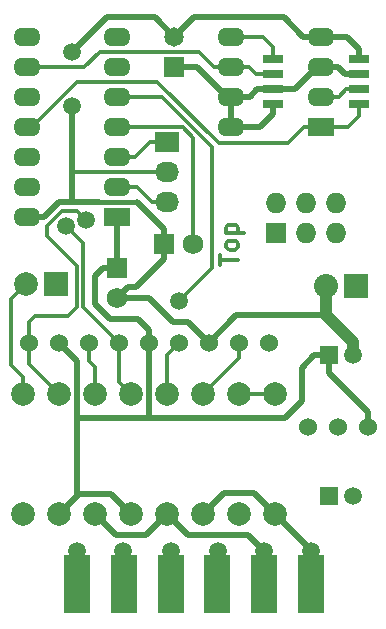
<source format=gbr>
G04 #@! TF.FileFunction,Copper,L1,Top,Signal*
%FSLAX46Y46*%
G04 Gerber Fmt 4.6, Leading zero omitted, Abs format (unit mm)*
G04 Created by KiCad (PCBNEW 4.0.5) date 11/08/17 14:47:14*
%MOMM*%
%LPD*%
G01*
G04 APERTURE LIST*
%ADD10C,0.100000*%
%ADD11C,0.300000*%
%ADD12C,1.998980*%
%ADD13C,1.524000*%
%ADD14R,1.500000X1.500000*%
%ADD15C,1.500000*%
%ADD16R,2.300000X1.600000*%
%ADD17O,2.300000X1.600000*%
%ADD18R,1.700000X1.700000*%
%ADD19C,1.650000*%
%ADD20R,1.727200X1.727200*%
%ADD21C,1.727200*%
%ADD22R,2.250000X5.000000*%
%ADD23R,2.000000X2.000000*%
%ADD24C,2.000000*%
%ADD25O,1.727200X1.727200*%
%ADD26R,2.032000X1.727200*%
%ADD27O,2.032000X1.727200*%
%ADD28R,1.700000X0.650000*%
%ADD29R,2.032000X2.032000*%
%ADD30O,2.032000X2.032000*%
%ADD31C,0.500000*%
%ADD32C,1.000000*%
%ADD33C,0.400000*%
G04 APERTURE END LIST*
D10*
D11*
X150689571Y-66555714D02*
X150689571Y-65698571D01*
X152189571Y-66127142D02*
X150689571Y-66127142D01*
X152189571Y-64984285D02*
X152118143Y-65127143D01*
X152046714Y-65198571D01*
X151903857Y-65270000D01*
X151475286Y-65270000D01*
X151332429Y-65198571D01*
X151261000Y-65127143D01*
X151189571Y-64984285D01*
X151189571Y-64770000D01*
X151261000Y-64627143D01*
X151332429Y-64555714D01*
X151475286Y-64484285D01*
X151903857Y-64484285D01*
X152046714Y-64555714D01*
X152118143Y-64627143D01*
X152189571Y-64770000D01*
X152189571Y-64984285D01*
X151189571Y-63841428D02*
X152689571Y-63841428D01*
X151261000Y-63841428D02*
X151189571Y-63698571D01*
X151189571Y-63412857D01*
X151261000Y-63270000D01*
X151332429Y-63198571D01*
X151475286Y-63127142D01*
X151903857Y-63127142D01*
X152046714Y-63198571D01*
X152118143Y-63270000D01*
X152189571Y-63412857D01*
X152189571Y-63698571D01*
X152118143Y-63841428D01*
D12*
X152273000Y-87630000D03*
X152273000Y-77470000D03*
X155321000Y-77470000D03*
X155321000Y-87630000D03*
X133985000Y-87630000D03*
X133985000Y-77470000D03*
X146177000Y-87630000D03*
X146177000Y-77470000D03*
X149225000Y-77470000D03*
X149225000Y-87630000D03*
X140081000Y-87630000D03*
X140081000Y-77470000D03*
X137033000Y-87630000D03*
X137033000Y-77470000D03*
X143129000Y-77470000D03*
X143129000Y-87630000D03*
D13*
X137033000Y-73152000D03*
X134493000Y-73152000D03*
X139573000Y-73152000D03*
D14*
X159925000Y-74168000D03*
D15*
X161925000Y-74168000D03*
D13*
X160655000Y-80264000D03*
X158115000Y-80264000D03*
X163195000Y-80264000D03*
D16*
X159258000Y-54864000D03*
D17*
X159258000Y-52324000D03*
X159258000Y-49784000D03*
X159258000Y-47244000D03*
X151638000Y-47244000D03*
X151638000Y-49784000D03*
X151638000Y-52324000D03*
X151638000Y-54864000D03*
D14*
X159893000Y-86106000D03*
D15*
X161893000Y-86106000D03*
D18*
X146812000Y-49744000D03*
D19*
X146812000Y-47244000D03*
D20*
X141986000Y-66802000D03*
D21*
X141986000Y-69302000D03*
D20*
X145923000Y-64770000D03*
D21*
X148423000Y-64770000D03*
D22*
X158369000Y-93599000D03*
X154406600Y-93599000D03*
X150444200Y-93599000D03*
X146481800Y-93599000D03*
X142519400Y-93599000D03*
X138557000Y-93599000D03*
D23*
X136779000Y-68199000D03*
D24*
X134239000Y-68199000D03*
D20*
X155448000Y-63881000D03*
D25*
X155448000Y-61341000D03*
X157988000Y-63881000D03*
X157988000Y-61341000D03*
X160528000Y-63881000D03*
X160528000Y-61341000D03*
D16*
X141986000Y-62484000D03*
D17*
X141986000Y-59944000D03*
X141986000Y-57404000D03*
X141986000Y-54864000D03*
X141986000Y-52324000D03*
X141986000Y-49784000D03*
X141986000Y-47244000D03*
X134366000Y-47244000D03*
X134366000Y-49784000D03*
X134366000Y-52324000D03*
X134366000Y-54864000D03*
X134366000Y-57404000D03*
X134366000Y-59944000D03*
X134366000Y-62484000D03*
D26*
X146177000Y-56134000D03*
D27*
X146177000Y-58674000D03*
X146177000Y-61214000D03*
D28*
X162433000Y-52959000D03*
X162433000Y-51689000D03*
X162433000Y-50419000D03*
X162433000Y-49149000D03*
X155133000Y-49149000D03*
X155133000Y-50419000D03*
X155133000Y-51689000D03*
X155133000Y-52959000D03*
D13*
X144653000Y-73152000D03*
X142113000Y-73152000D03*
X147193000Y-73152000D03*
X152273000Y-73152000D03*
X149733000Y-73152000D03*
X154813000Y-73152000D03*
D29*
X162179000Y-68326000D03*
D30*
X159639000Y-68326000D03*
D15*
X154432000Y-90805000D03*
X138168990Y-53086000D03*
X158369000Y-90805000D03*
X138176594Y-48511910D03*
X150495000Y-90805000D03*
X146558000Y-90805000D03*
X142494000Y-90805000D03*
X138557000Y-90805000D03*
X147191096Y-69595179D03*
X139319000Y-62738000D03*
X137647450Y-63256133D03*
D31*
X153035000Y-89408000D02*
X147955000Y-89408000D01*
X141859000Y-89408000D02*
X140081000Y-87630000D01*
X144399000Y-89408000D02*
X141859000Y-89408000D01*
X146177000Y-87630000D02*
X144399000Y-89408000D01*
X147955000Y-89408000D02*
X146177000Y-87630000D01*
X154432000Y-90805000D02*
X153035000Y-89408000D01*
X154406600Y-93599000D02*
X154406600Y-90830400D01*
X154406600Y-90830400D02*
X154432000Y-90805000D01*
X149733000Y-73152000D02*
X152063660Y-70821340D01*
X152063660Y-70821340D02*
X159639000Y-70821340D01*
D32*
X161925000Y-74168000D02*
X161925000Y-73107340D01*
X161925000Y-73107340D02*
X159639000Y-70821340D01*
X159639000Y-70821340D02*
X159639000Y-68326000D01*
D11*
X146177000Y-58674000D02*
X146024600Y-58674000D01*
X146024600Y-58674000D02*
X138168990Y-58674000D01*
D33*
X143637000Y-61214000D02*
X140462000Y-61214000D01*
D31*
X140462000Y-61214000D02*
X138176000Y-61214000D01*
X138168990Y-61206990D02*
X140454990Y-61206990D01*
X140454990Y-61206990D02*
X140462000Y-61214000D01*
X134366000Y-62484000D02*
X135754727Y-62484000D01*
X135754727Y-62484000D02*
X137024727Y-61214000D01*
X137024727Y-61214000D02*
X138176000Y-61214000D01*
X141986000Y-69302000D02*
X144636046Y-69302000D01*
X146725908Y-71391862D02*
X147972862Y-71391862D01*
X147972862Y-71391862D02*
X149733000Y-73152000D01*
X144636046Y-69302000D02*
X146725908Y-71391862D01*
X141986000Y-69302000D02*
X142849599Y-68438401D01*
X142849599Y-68438401D02*
X143518199Y-68438401D01*
X143518199Y-68438401D02*
X145923000Y-66033600D01*
X145923000Y-66033600D02*
X145923000Y-64770000D01*
X155321000Y-87630000D02*
X158369000Y-90678000D01*
X158369000Y-90678000D02*
X158369000Y-90805000D01*
X151003000Y-85852000D02*
X149225000Y-87630000D01*
X153543000Y-85852000D02*
X151003000Y-85852000D01*
X155321000Y-87630000D02*
X153543000Y-85852000D01*
X138168990Y-53086000D02*
X138168990Y-58674000D01*
X138168990Y-58674000D02*
X138168990Y-61206990D01*
X138168990Y-61206990D02*
X138176000Y-61214000D01*
X145923000Y-64770000D02*
X145923000Y-63506400D01*
X145923000Y-63506400D02*
X143637000Y-61220400D01*
X143637000Y-61220400D02*
X143637000Y-61214000D01*
X158369000Y-93599000D02*
X158369000Y-90805000D01*
X146812000Y-47244000D02*
X145157935Y-45589935D01*
X145157935Y-45589935D02*
X141098569Y-45589935D01*
X141098569Y-45589935D02*
X138176594Y-48511910D01*
X147636999Y-46416930D02*
X148463000Y-45590929D01*
X148463000Y-45590929D02*
X156054929Y-45590929D01*
X146812000Y-47244000D02*
X147636999Y-46419001D01*
X147636999Y-46419001D02*
X147636999Y-46416930D01*
X156054929Y-45590929D02*
X157708000Y-47244000D01*
X157708000Y-47244000D02*
X159258000Y-47244000D01*
X159258000Y-47244000D02*
X161417000Y-47244000D01*
X161417000Y-47244000D02*
X162433000Y-48260000D01*
X162433000Y-48260000D02*
X162433000Y-49149000D01*
X144653000Y-79502000D02*
X156147000Y-79502000D01*
X156147000Y-79502000D02*
X157597116Y-78051884D01*
X157597116Y-78051884D02*
X157597116Y-75232144D01*
X157597116Y-75232144D02*
X158661260Y-74168000D01*
X158661260Y-74168000D02*
X159925000Y-74168000D01*
X143129000Y-87630000D02*
X141473174Y-85974174D01*
X141473174Y-85974174D02*
X138688826Y-85974174D01*
X138688826Y-85974174D02*
X138557000Y-86106000D01*
X138557000Y-79502000D02*
X138557000Y-74676000D01*
X138557000Y-82042000D02*
X138557000Y-79502000D01*
X144653000Y-73152000D02*
X144653000Y-79502000D01*
X138557000Y-79502000D02*
X144653000Y-79502000D01*
X144653000Y-73152000D02*
X144653000Y-72074370D01*
X143698630Y-71120000D02*
X141351000Y-71120000D01*
X141351000Y-71120000D02*
X140081000Y-69850000D01*
X144653000Y-72074370D02*
X143698630Y-71120000D01*
X140081000Y-69850000D02*
X140081000Y-67443400D01*
X140081000Y-67443400D02*
X140722400Y-66802000D01*
X140722400Y-66802000D02*
X141986000Y-66802000D01*
X141986000Y-62484000D02*
X141986000Y-66802000D01*
X138557000Y-86106000D02*
X138557000Y-82042000D01*
X138557000Y-74676000D02*
X137033000Y-73152000D01*
X138557000Y-86106000D02*
X137033000Y-87630000D01*
X163195000Y-78994000D02*
X159925000Y-75724000D01*
X159925000Y-75724000D02*
X159925000Y-74168000D01*
X163195000Y-80264000D02*
X163195000Y-78994000D01*
X141636000Y-62484000D02*
X141986000Y-62484000D01*
X146812000Y-49744000D02*
X148708000Y-49744000D01*
X148708000Y-49744000D02*
X151288000Y-52324000D01*
X151288000Y-52324000D02*
X151638000Y-52324000D01*
X159258000Y-49784000D02*
X160640838Y-49784000D01*
X160640838Y-49784000D02*
X161275838Y-50419000D01*
X161275838Y-50419000D02*
X162433000Y-50419000D01*
X151638000Y-52324000D02*
X151638000Y-54864000D01*
X155133000Y-51689000D02*
X157003000Y-51689000D01*
X157003000Y-51689000D02*
X158908000Y-49784000D01*
X158908000Y-49784000D02*
X159258000Y-49784000D01*
X154051000Y-54864000D02*
X155133000Y-53782000D01*
X155133000Y-53782000D02*
X155133000Y-52959000D01*
X151638000Y-54864000D02*
X154051000Y-54864000D01*
X151638000Y-52324000D02*
X153188000Y-52324000D01*
X153188000Y-52324000D02*
X153823000Y-51689000D01*
X153823000Y-51689000D02*
X155133000Y-51689000D01*
X161758000Y-50419000D02*
X162908000Y-50419000D01*
D11*
X148423000Y-64770000D02*
X148423000Y-55780398D01*
X148423000Y-55780398D02*
X147506602Y-54864000D01*
X147506602Y-54864000D02*
X141986000Y-54864000D01*
X141986000Y-54864000D02*
X142367000Y-54864000D01*
X150495000Y-90805000D02*
X150495000Y-93548200D01*
X150495000Y-93548200D02*
X150444200Y-93599000D01*
X146481800Y-93599000D02*
X146481800Y-90881200D01*
X146481800Y-90881200D02*
X146558000Y-90805000D01*
X147193000Y-73152000D02*
X146177000Y-74168000D01*
X146177000Y-74168000D02*
X146177000Y-77470000D01*
X142494000Y-90805000D02*
X142494000Y-93573600D01*
X142494000Y-93573600D02*
X142519400Y-93599000D01*
X140081000Y-75184000D02*
X139573000Y-74676000D01*
X139573000Y-74676000D02*
X139573000Y-73152000D01*
X140081000Y-77470000D02*
X140081000Y-75184000D01*
X138557000Y-93599000D02*
X138557000Y-90805000D01*
X141986000Y-52324000D02*
X145744435Y-52324000D01*
X145744435Y-52324000D02*
X149987275Y-56566840D01*
X149987275Y-56566840D02*
X149987275Y-66799000D01*
X149987275Y-66799000D02*
X147191096Y-69595179D01*
X151638000Y-47244000D02*
X154305000Y-47244000D01*
X154305000Y-47244000D02*
X155133000Y-48072000D01*
X155133000Y-48072000D02*
X155133000Y-49149000D01*
X148895910Y-48491910D02*
X150188000Y-49784000D01*
X134366000Y-49784000D02*
X139175539Y-49784000D01*
X139175539Y-49784000D02*
X140467629Y-48491910D01*
X140467629Y-48491910D02*
X148895910Y-48491910D01*
X150188000Y-49784000D02*
X151638000Y-49784000D01*
X151638000Y-49784000D02*
X153088000Y-49784000D01*
X153088000Y-49784000D02*
X153723000Y-50419000D01*
X153723000Y-50419000D02*
X155133000Y-50419000D01*
X154458000Y-50419000D02*
X155608000Y-50419000D01*
X159258000Y-52324000D02*
X160708000Y-52324000D01*
X160708000Y-52324000D02*
X161343000Y-51689000D01*
X161343000Y-51689000D02*
X162433000Y-51689000D01*
X161758000Y-51689000D02*
X162908000Y-51689000D01*
X152273000Y-73152000D02*
X152273000Y-74422000D01*
X152273000Y-74422000D02*
X149225000Y-77470000D01*
X139319000Y-62738000D02*
X138569001Y-61988001D01*
X138569001Y-61988001D02*
X137299001Y-61988001D01*
X137299001Y-61988001D02*
X137287000Y-61976000D01*
X137287000Y-61976000D02*
X136016999Y-63246001D01*
X136016999Y-63246001D02*
X136016999Y-64063803D01*
X136016999Y-64063803D02*
X138547756Y-66594560D01*
X138547756Y-66594560D02*
X138547756Y-70113244D01*
X138547756Y-70113244D02*
X137795000Y-70866000D01*
X137795000Y-70866000D02*
X135001000Y-70866000D01*
X135001000Y-70866000D02*
X134493000Y-71374000D01*
X134493000Y-71374000D02*
X134493000Y-73152000D01*
X134493000Y-73152000D02*
X134493000Y-74930000D01*
X134493000Y-74930000D02*
X137033000Y-77470000D01*
X139097767Y-70136767D02*
X142113000Y-73152000D01*
X139097767Y-64706450D02*
X139097767Y-70136767D01*
X137647450Y-63256133D02*
X139097767Y-64706450D01*
X142113000Y-73152000D02*
X142113000Y-76454000D01*
X142113000Y-76454000D02*
X143129000Y-77470000D01*
X152273000Y-77470000D02*
X155321000Y-77470000D01*
X141986000Y-59944000D02*
X143637000Y-59944000D01*
X143637000Y-59944000D02*
X144907000Y-61214000D01*
X144907000Y-61214000D02*
X146177000Y-61214000D01*
X141986000Y-57404000D02*
X143436000Y-57404000D01*
X143436000Y-57404000D02*
X144706000Y-56134000D01*
X144706000Y-56134000D02*
X146177000Y-56134000D01*
X141986000Y-57404000D02*
X142336000Y-57404000D01*
X138526000Y-51054000D02*
X145358609Y-51054000D01*
X134366000Y-54864000D02*
X134716000Y-54864000D01*
X134716000Y-54864000D02*
X138526000Y-51054000D01*
X145358609Y-51054000D02*
X150565609Y-56261000D01*
X150565609Y-56261000D02*
X156411000Y-56261000D01*
X156411000Y-56261000D02*
X157808000Y-54864000D01*
X157808000Y-54864000D02*
X159258000Y-54864000D01*
X159258000Y-54864000D02*
X161544000Y-54864000D01*
X161544000Y-54864000D02*
X162433000Y-53975000D01*
X162433000Y-53975000D02*
X162433000Y-52959000D01*
X133985000Y-77470000D02*
X133985000Y-76056508D01*
X133985000Y-76056508D02*
X132970218Y-75041726D01*
X132970218Y-75041726D02*
X132970218Y-69467782D01*
X132970218Y-69467782D02*
X134239000Y-68199000D01*
M02*

</source>
